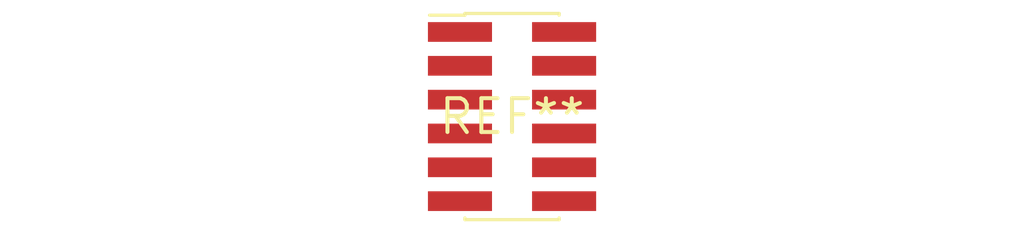
<source format=kicad_pcb>
(kicad_pcb (version 20240108) (generator pcbnew)
  (layers (0 "F.Cu" signal) (31 "B.Cu" signal) (34 "B.Paste" user) (35 "F.Paste" user) (36 "B.SilkS" user "B.Silkscreen") (37 "F.SilkS" user "F.Silkscreen") (38 "B.Mask" user) (39 "F.Mask" user) (44 "Edge.Cuts" user))
  (net 0 "")
  (footprint "PinHeader_2x06_P1.27mm_Vertical_SMD" (layer "F.Cu") (at 0 0)
    (property "Reference" "REF**")
    (property "Value" "PinHeader_2x06_P1.27mm_Vertical_SMD")
    (fp_line (start -3.09 -3.805) (end -1.765 -3.805) (layer "F.SilkS") (stroke (width 0.12)))
    (fp_line (start -1.765 -3.87) (end -1.765 -3.805) (layer "F.SilkS") (stroke (width 0.12)))
    (fp_line (start -1.765 -3.87) (end 1.765 -3.87) (layer "F.SilkS") (stroke (width 0.12)))
    (fp_line (start -1.765 3.805) (end -1.765 3.87) (layer "F.SilkS") (stroke (width 0.12)))
    (fp_line (start -1.765 3.87) (end 1.765 3.87) (layer "F.SilkS") (stroke (width 0.12)))
    (fp_line (start 1.765 -3.87) (end 1.765 -3.805) (layer "F.SilkS") (stroke (width 0.12)))
    (fp_line (start 1.765 3.805) (end 1.765 3.87) (layer "F.SilkS") (stroke (width 0.12)))
    (pad "1" smd rect (at -1.95 -3.175) (size 2.4 0.74) (layers "F.Cu" "F.Paste" "F.Mask"))
    (pad "2" smd rect (at 1.95 -3.175) (size 2.4 0.74) (layers "F.Cu" "F.Paste" "F.Mask"))
    (pad "3" smd rect (at -1.95 -1.905) (size 2.4 0.74) (layers "F.Cu" "F.Paste" "F.Mask"))
    (pad "4" smd rect (at 1.95 -1.905) (size 2.4 0.74) (layers "F.Cu" "F.Paste" "F.Mask"))
    (pad "5" smd rect (at -1.95 -0.635) (size 2.4 0.74) (layers "F.Cu" "F.Paste" "F.Mask"))
    (pad "6" smd rect (at 1.95 -0.635) (size 2.4 0.74) (layers "F.Cu" "F.Paste" "F.Mask"))
    (pad "7" smd rect (at -1.95 0.635) (size 2.4 0.74) (layers "F.Cu" "F.Paste" "F.Mask"))
    (pad "8" smd rect (at 1.95 0.635) (size 2.4 0.74) (layers "F.Cu" "F.Paste" "F.Mask"))
    (pad "9" smd rect (at -1.95 1.905) (size 2.4 0.74) (layers "F.Cu" "F.Paste" "F.Mask"))
    (pad "10" smd rect (at 1.95 1.905) (size 2.4 0.74) (layers "F.Cu" "F.Paste" "F.Mask"))
    (pad "11" smd rect (at -1.95 3.175) (size 2.4 0.74) (layers "F.Cu" "F.Paste" "F.Mask"))
    (pad "12" smd rect (at 1.95 3.175) (size 2.4 0.74) (layers "F.Cu" "F.Paste" "F.Mask"))
  )
)
</source>
